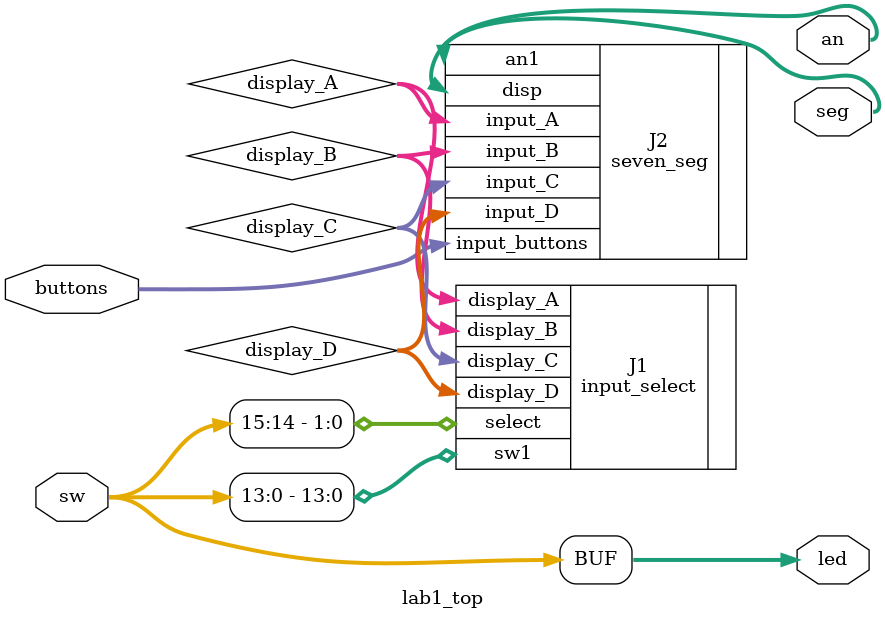
<source format=v>
`timescale 1ns / 1ps


module lab1_top(
        input [3:0] buttons, // 4 push buttons (not incl. center button)
        input [15:0] sw, // 16 flip switches
        output [3:0] an, // 7-seg display anodes
        output [6:0] seg, // 7-seg display pins
        output [15:0] led // 16 leds
    );
    
    //always @ (sw)
        assign led = sw;
    
    wire [3:0] display_A;
    wire [3:0] display_B;
    wire [3:0] display_C;
    wire [3:0] display_D;
    
    input_select J1(.select(sw[15:14]), .sw1(sw[13:0]), .display_A(display_A), .display_B(display_B), .display_C(display_C), .display_D(display_D));
    seven_seg J2(.input_A(display_A), .input_B(display_B), .input_C(display_C), .input_D(display_D), .input_buttons(buttons), .disp(seg), .an1(an));
        
endmodule

</source>
